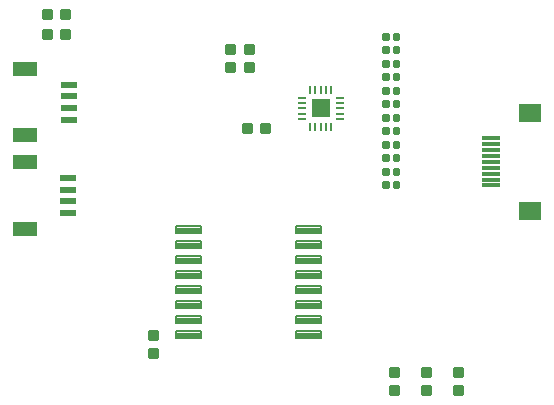
<source format=gbr>
G04 EAGLE Gerber RS-274X export*
G75*
%MOMM*%
%FSLAX34Y34*%
%LPD*%
%INSolderpaste Top*%
%IPPOS*%
%AMOC8*
5,1,8,0,0,1.08239X$1,22.5*%
G01*
%ADD10C,0.222250*%
%ADD11C,0.317500*%
%ADD12R,0.800000X0.250000*%
%ADD13R,0.250000X0.800000*%
%ADD14R,1.550000X1.550000*%
%ADD15R,1.350000X0.600000*%
%ADD16R,2.000000X1.200000*%
%ADD17C,0.190500*%
%ADD18R,1.600000X0.300000*%
%ADD19R,1.950000X1.600000*%


D10*
X201610Y344832D02*
X201610Y351500D01*
X208278Y351500D01*
X208278Y344832D01*
X201610Y344832D01*
X201610Y346944D02*
X208278Y346944D01*
X208278Y349056D02*
X201610Y349056D01*
X201610Y351168D02*
X208278Y351168D01*
X201610Y336260D02*
X201610Y329592D01*
X201610Y336260D02*
X208278Y336260D01*
X208278Y329592D01*
X201610Y329592D01*
X201610Y331704D02*
X208278Y331704D01*
X208278Y333816D02*
X201610Y333816D01*
X201610Y335928D02*
X208278Y335928D01*
D11*
X328163Y234540D02*
X331339Y234540D01*
X331339Y231364D01*
X328163Y231364D01*
X328163Y234540D01*
X328163Y234380D02*
X331339Y234380D01*
X322449Y234540D02*
X319273Y234540D01*
X322449Y234540D02*
X322449Y231364D01*
X319273Y231364D01*
X319273Y234540D01*
X319273Y234380D02*
X322449Y234380D01*
X328163Y245970D02*
X331339Y245970D01*
X331339Y242794D01*
X328163Y242794D01*
X328163Y245970D01*
X328163Y245810D02*
X331339Y245810D01*
X322449Y245970D02*
X319273Y245970D01*
X322449Y245970D02*
X322449Y242794D01*
X319273Y242794D01*
X319273Y245970D01*
X319273Y245810D02*
X322449Y245810D01*
X328163Y257400D02*
X331339Y257400D01*
X331339Y254224D01*
X328163Y254224D01*
X328163Y257400D01*
X328163Y257240D02*
X331339Y257240D01*
X322449Y257400D02*
X319273Y257400D01*
X322449Y257400D02*
X322449Y254224D01*
X319273Y254224D01*
X319273Y257400D01*
X319273Y257240D02*
X322449Y257240D01*
X328163Y268830D02*
X331339Y268830D01*
X331339Y265654D01*
X328163Y265654D01*
X328163Y268830D01*
X328163Y268670D02*
X331339Y268670D01*
X322449Y268830D02*
X319273Y268830D01*
X322449Y268830D02*
X322449Y265654D01*
X319273Y265654D01*
X319273Y268830D01*
X319273Y268670D02*
X322449Y268670D01*
X328163Y280260D02*
X331339Y280260D01*
X331339Y277084D01*
X328163Y277084D01*
X328163Y280260D01*
X328163Y280100D02*
X331339Y280100D01*
X322449Y280260D02*
X319273Y280260D01*
X322449Y280260D02*
X322449Y277084D01*
X319273Y277084D01*
X319273Y280260D01*
X319273Y280100D02*
X322449Y280100D01*
X328163Y291690D02*
X331339Y291690D01*
X331339Y288514D01*
X328163Y288514D01*
X328163Y291690D01*
X328163Y291530D02*
X331339Y291530D01*
X322449Y291690D02*
X319273Y291690D01*
X322449Y291690D02*
X322449Y288514D01*
X319273Y288514D01*
X319273Y291690D01*
X319273Y291530D02*
X322449Y291530D01*
X328163Y303120D02*
X331339Y303120D01*
X331339Y299944D01*
X328163Y299944D01*
X328163Y303120D01*
X328163Y302960D02*
X331339Y302960D01*
X322449Y303120D02*
X319273Y303120D01*
X322449Y303120D02*
X322449Y299944D01*
X319273Y299944D01*
X319273Y303120D01*
X319273Y302960D02*
X322449Y302960D01*
X328163Y314550D02*
X331339Y314550D01*
X331339Y311374D01*
X328163Y311374D01*
X328163Y314550D01*
X328163Y314390D02*
X331339Y314390D01*
X322449Y314550D02*
X319273Y314550D01*
X322449Y314550D02*
X322449Y311374D01*
X319273Y311374D01*
X319273Y314550D01*
X319273Y314390D02*
X322449Y314390D01*
X328163Y325980D02*
X331339Y325980D01*
X331339Y322804D01*
X328163Y322804D01*
X328163Y325980D01*
X328163Y325820D02*
X331339Y325820D01*
X322449Y325980D02*
X319273Y325980D01*
X322449Y325980D02*
X322449Y322804D01*
X319273Y322804D01*
X319273Y325980D01*
X319273Y325820D02*
X322449Y325820D01*
X328163Y337410D02*
X331339Y337410D01*
X331339Y334234D01*
X328163Y334234D01*
X328163Y337410D01*
X328163Y337250D02*
X331339Y337250D01*
X322449Y337410D02*
X319273Y337410D01*
X322449Y337410D02*
X322449Y334234D01*
X319273Y334234D01*
X319273Y337410D01*
X319273Y337250D02*
X322449Y337250D01*
X328163Y348840D02*
X331339Y348840D01*
X331339Y345664D01*
X328163Y345664D01*
X328163Y348840D01*
X328163Y348680D02*
X331339Y348680D01*
X322449Y348840D02*
X319273Y348840D01*
X322449Y348840D02*
X322449Y345664D01*
X319273Y345664D01*
X319273Y348840D01*
X319273Y348680D02*
X322449Y348680D01*
X328163Y360270D02*
X331339Y360270D01*
X331339Y357094D01*
X328163Y357094D01*
X328163Y360270D01*
X328163Y360110D02*
X331339Y360110D01*
X322449Y360270D02*
X319273Y360270D01*
X322449Y360270D02*
X322449Y357094D01*
X319273Y357094D01*
X319273Y360270D01*
X319273Y360110D02*
X322449Y360110D01*
D10*
X221960Y284800D02*
X215292Y284800D01*
X221960Y284800D02*
X221960Y278132D01*
X215292Y278132D01*
X215292Y284800D01*
X215292Y280244D02*
X221960Y280244D01*
X221960Y282356D02*
X215292Y282356D01*
X215292Y284468D02*
X221960Y284468D01*
X206720Y284800D02*
X200052Y284800D01*
X206720Y284800D02*
X206720Y278132D01*
X200052Y278132D01*
X200052Y284800D01*
X200052Y280244D02*
X206720Y280244D01*
X206720Y282356D02*
X200052Y282356D01*
X200052Y284468D02*
X206720Y284468D01*
X191836Y329728D02*
X191836Y336396D01*
X191836Y329728D02*
X185168Y329728D01*
X185168Y336396D01*
X191836Y336396D01*
X191836Y331840D02*
X185168Y331840D01*
X185168Y333952D02*
X191836Y333952D01*
X191836Y336064D02*
X185168Y336064D01*
X191836Y344968D02*
X191836Y351636D01*
X191836Y344968D02*
X185168Y344968D01*
X185168Y351636D01*
X191836Y351636D01*
X191836Y347080D02*
X185168Y347080D01*
X185168Y349192D02*
X191836Y349192D01*
X191836Y351304D02*
X185168Y351304D01*
D12*
X281616Y288976D03*
X281616Y293476D03*
X281616Y297976D03*
X281616Y302476D03*
X281616Y306976D03*
D13*
X274616Y313976D03*
X270116Y313976D03*
X265616Y313976D03*
X261116Y313976D03*
X256616Y313976D03*
D12*
X249616Y306976D03*
X249616Y302476D03*
X249616Y297976D03*
X249616Y293476D03*
X249616Y288976D03*
D13*
X256616Y281976D03*
X261116Y281976D03*
X265616Y281976D03*
X270116Y281976D03*
X274616Y281976D03*
D14*
X265616Y297976D03*
D15*
X52254Y318142D03*
X52254Y308142D03*
X52254Y298142D03*
X52254Y288142D03*
D16*
X15504Y275142D03*
X15504Y331142D03*
D15*
X52000Y239238D03*
X52000Y229238D03*
X52000Y219238D03*
X52000Y209238D03*
D16*
X15250Y196238D03*
X15250Y252238D03*
D10*
X45434Y380908D02*
X52102Y380908D01*
X52102Y374240D01*
X45434Y374240D01*
X45434Y380908D01*
X45434Y376352D02*
X52102Y376352D01*
X52102Y378464D02*
X45434Y378464D01*
X45434Y380576D02*
X52102Y380576D01*
X36862Y380908D02*
X30194Y380908D01*
X36862Y380908D02*
X36862Y374240D01*
X30194Y374240D01*
X30194Y380908D01*
X30194Y376352D02*
X36862Y376352D01*
X36862Y378464D02*
X30194Y378464D01*
X30194Y380576D02*
X36862Y380576D01*
X45434Y364652D02*
X52102Y364652D01*
X52102Y357984D01*
X45434Y357984D01*
X45434Y364652D01*
X45434Y360096D02*
X52102Y360096D01*
X52102Y362208D02*
X45434Y362208D01*
X45434Y364320D02*
X52102Y364320D01*
X36862Y364652D02*
X30194Y364652D01*
X36862Y364652D02*
X36862Y357984D01*
X30194Y357984D01*
X30194Y364652D01*
X30194Y360096D02*
X36862Y360096D01*
X36862Y362208D02*
X30194Y362208D01*
X30194Y364320D02*
X36862Y364320D01*
D17*
X265958Y109408D02*
X265958Y103692D01*
X245002Y103692D01*
X245002Y109408D01*
X265958Y109408D01*
X265958Y105502D02*
X245002Y105502D01*
X245002Y107312D02*
X265958Y107312D01*
X265958Y109122D02*
X245002Y109122D01*
X265958Y116392D02*
X265958Y122108D01*
X265958Y116392D02*
X245002Y116392D01*
X245002Y122108D01*
X265958Y122108D01*
X265958Y118202D02*
X245002Y118202D01*
X245002Y120012D02*
X265958Y120012D01*
X265958Y121822D02*
X245002Y121822D01*
X265958Y129092D02*
X265958Y134808D01*
X265958Y129092D02*
X245002Y129092D01*
X245002Y134808D01*
X265958Y134808D01*
X265958Y130902D02*
X245002Y130902D01*
X245002Y132712D02*
X265958Y132712D01*
X265958Y134522D02*
X245002Y134522D01*
X265958Y141792D02*
X265958Y147508D01*
X265958Y141792D02*
X245002Y141792D01*
X245002Y147508D01*
X265958Y147508D01*
X265958Y143602D02*
X245002Y143602D01*
X245002Y145412D02*
X265958Y145412D01*
X265958Y147222D02*
X245002Y147222D01*
X265958Y154492D02*
X265958Y160208D01*
X265958Y154492D02*
X245002Y154492D01*
X245002Y160208D01*
X265958Y160208D01*
X265958Y156302D02*
X245002Y156302D01*
X245002Y158112D02*
X265958Y158112D01*
X265958Y159922D02*
X245002Y159922D01*
X265958Y167192D02*
X265958Y172908D01*
X265958Y167192D02*
X245002Y167192D01*
X245002Y172908D01*
X265958Y172908D01*
X265958Y169002D02*
X245002Y169002D01*
X245002Y170812D02*
X265958Y170812D01*
X265958Y172622D02*
X245002Y172622D01*
X265958Y179892D02*
X265958Y185608D01*
X265958Y179892D02*
X245002Y179892D01*
X245002Y185608D01*
X265958Y185608D01*
X265958Y181702D02*
X245002Y181702D01*
X245002Y183512D02*
X265958Y183512D01*
X265958Y185322D02*
X245002Y185322D01*
X265958Y192592D02*
X265958Y198308D01*
X265958Y192592D02*
X245002Y192592D01*
X245002Y198308D01*
X265958Y198308D01*
X265958Y194402D02*
X245002Y194402D01*
X245002Y196212D02*
X265958Y196212D01*
X265958Y198022D02*
X245002Y198022D01*
X164358Y198308D02*
X164358Y192592D01*
X143402Y192592D01*
X143402Y198308D01*
X164358Y198308D01*
X164358Y194402D02*
X143402Y194402D01*
X143402Y196212D02*
X164358Y196212D01*
X164358Y198022D02*
X143402Y198022D01*
X164358Y185608D02*
X164358Y179892D01*
X143402Y179892D01*
X143402Y185608D01*
X164358Y185608D01*
X164358Y181702D02*
X143402Y181702D01*
X143402Y183512D02*
X164358Y183512D01*
X164358Y185322D02*
X143402Y185322D01*
X164358Y172908D02*
X164358Y167192D01*
X143402Y167192D01*
X143402Y172908D01*
X164358Y172908D01*
X164358Y169002D02*
X143402Y169002D01*
X143402Y170812D02*
X164358Y170812D01*
X164358Y172622D02*
X143402Y172622D01*
X164358Y160208D02*
X164358Y154492D01*
X143402Y154492D01*
X143402Y160208D01*
X164358Y160208D01*
X164358Y156302D02*
X143402Y156302D01*
X143402Y158112D02*
X164358Y158112D01*
X164358Y159922D02*
X143402Y159922D01*
X164358Y147508D02*
X164358Y141792D01*
X143402Y141792D01*
X143402Y147508D01*
X164358Y147508D01*
X164358Y143602D02*
X143402Y143602D01*
X143402Y145412D02*
X164358Y145412D01*
X164358Y147222D02*
X143402Y147222D01*
X164358Y134808D02*
X164358Y129092D01*
X143402Y129092D01*
X143402Y134808D01*
X164358Y134808D01*
X164358Y130902D02*
X143402Y130902D01*
X143402Y132712D02*
X164358Y132712D01*
X164358Y134522D02*
X143402Y134522D01*
X164358Y122108D02*
X164358Y116392D01*
X143402Y116392D01*
X143402Y122108D01*
X164358Y122108D01*
X164358Y118202D02*
X143402Y118202D01*
X143402Y120012D02*
X164358Y120012D01*
X164358Y121822D02*
X143402Y121822D01*
X164358Y109408D02*
X164358Y103692D01*
X143402Y103692D01*
X143402Y109408D01*
X164358Y109408D01*
X164358Y105502D02*
X143402Y105502D01*
X143402Y107312D02*
X164358Y107312D01*
X164358Y109122D02*
X143402Y109122D01*
D10*
X385376Y62954D02*
X385376Y56286D01*
X378708Y56286D01*
X378708Y62954D01*
X385376Y62954D01*
X385376Y58398D02*
X378708Y58398D01*
X378708Y60510D02*
X385376Y60510D01*
X385376Y62622D02*
X378708Y62622D01*
X385376Y71526D02*
X385376Y78194D01*
X385376Y71526D02*
X378708Y71526D01*
X378708Y78194D01*
X385376Y78194D01*
X385376Y73638D02*
X378708Y73638D01*
X378708Y75750D02*
X385376Y75750D01*
X385376Y77862D02*
X378708Y77862D01*
X357924Y62936D02*
X357924Y56268D01*
X351256Y56268D01*
X351256Y62936D01*
X357924Y62936D01*
X357924Y58380D02*
X351256Y58380D01*
X351256Y60492D02*
X357924Y60492D01*
X357924Y62604D02*
X351256Y62604D01*
X357924Y71508D02*
X357924Y78176D01*
X357924Y71508D02*
X351256Y71508D01*
X351256Y78176D01*
X357924Y78176D01*
X357924Y73620D02*
X351256Y73620D01*
X351256Y75732D02*
X357924Y75732D01*
X357924Y77844D02*
X351256Y77844D01*
X324454Y78090D02*
X324454Y71422D01*
X324454Y78090D02*
X331122Y78090D01*
X331122Y71422D01*
X324454Y71422D01*
X324454Y73534D02*
X331122Y73534D01*
X331122Y75646D02*
X324454Y75646D01*
X324454Y77758D02*
X331122Y77758D01*
X324454Y62850D02*
X324454Y56182D01*
X324454Y62850D02*
X331122Y62850D01*
X331122Y56182D01*
X324454Y56182D01*
X324454Y58294D02*
X331122Y58294D01*
X331122Y60406D02*
X324454Y60406D01*
X324454Y62518D02*
X331122Y62518D01*
X126884Y87870D02*
X126884Y94538D01*
X126884Y87870D02*
X120216Y87870D01*
X120216Y94538D01*
X126884Y94538D01*
X126884Y89982D02*
X120216Y89982D01*
X120216Y92094D02*
X126884Y92094D01*
X126884Y94206D02*
X120216Y94206D01*
X126884Y103110D02*
X126884Y109778D01*
X126884Y103110D02*
X120216Y103110D01*
X120216Y109778D01*
X126884Y109778D01*
X126884Y105222D02*
X120216Y105222D01*
X120216Y107334D02*
X126884Y107334D01*
X126884Y109446D02*
X120216Y109446D01*
D18*
X409896Y272764D03*
X409896Y267764D03*
X409896Y262764D03*
X409896Y257764D03*
X409896Y252764D03*
X409896Y247764D03*
X409896Y242764D03*
X409896Y237764D03*
D19*
X442396Y294264D03*
X442396Y211264D03*
D18*
X409896Y232764D03*
M02*

</source>
